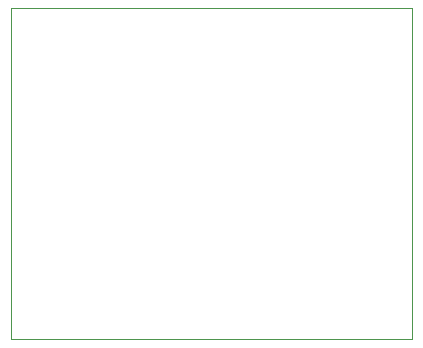
<source format=gbr>
G04 #@! TF.FileFunction,Profile,NP*
%FSLAX46Y46*%
G04 Gerber Fmt 4.6, Leading zero omitted, Abs format (unit mm)*
G04 Created by KiCad (PCBNEW (2015-04-09 BZR 5589)-product) date Wednesday, 15 April 2015 07:54:32 pm*
%MOMM*%
G01*
G04 APERTURE LIST*
%ADD10C,0.150000*%
%ADD11C,0.100000*%
G04 APERTURE END LIST*
D10*
D11*
X143000000Y-122000000D02*
X143000000Y-94000000D01*
X177000000Y-122000000D02*
X143000000Y-122000000D01*
X177000000Y-94000000D02*
X177000000Y-122000000D01*
X143000000Y-94000000D02*
X177000000Y-94000000D01*
M02*

</source>
